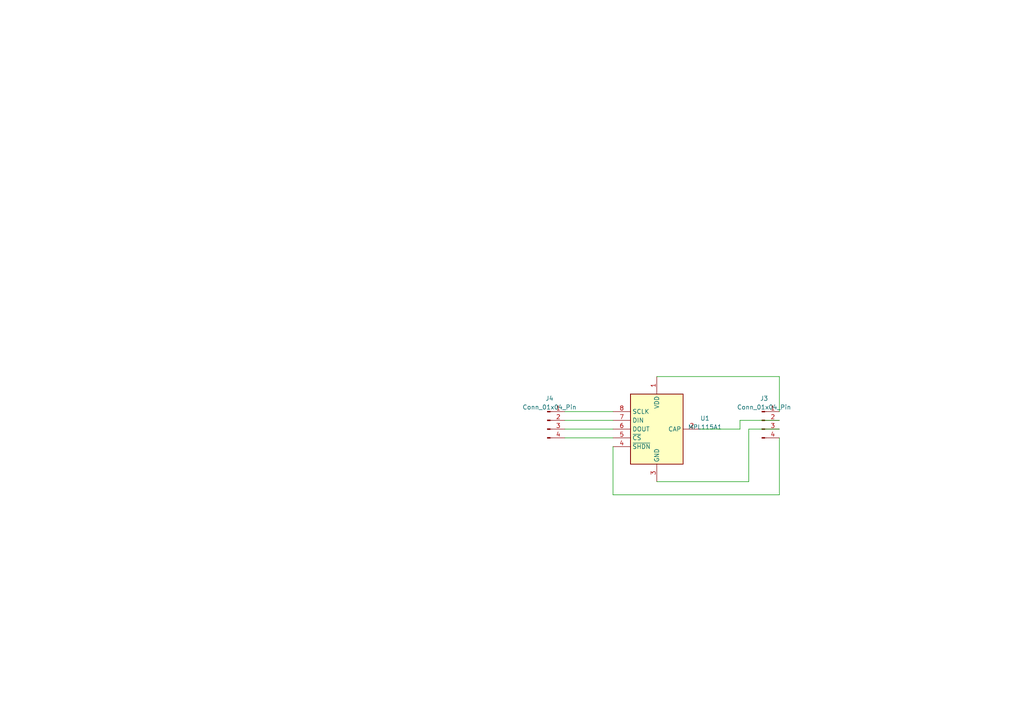
<source format=kicad_sch>
(kicad_sch (version 20230121) (generator eeschema)
  (paper "A4")
  (lib_symbols
    (symbol "Connector:Conn_01x04_Pin" (pin_names (offset 1.016) hide)
      (property "Reference" "J" (at 0 5.08 0))
      (property "Value" "Conn_01x04_Pin" (at 0 -7.62 0))
      (symbol "Conn_01x04_Pin_1_1"
        (polyline (pts (xy 1.27 -5.08) (xy 0.8636 -5.08)) (stroke (width 0.1524)))
        (polyline (pts (xy 1.27 -2.54) (xy 0.8636 -2.54)) (stroke (width 0.1524)))
        (polyline (pts (xy 1.27 0) (xy 0.8636 0)) (stroke (width 0.1524)))
        (polyline (pts (xy 1.27 2.54) (xy 0.8636 2.54)) (stroke (width 0.1524)))
        (rectangle (start 0.8636 -4.953) (end 0 -5.207) (stroke (width 0.1524)) (fill (type outline)))
        (rectangle (start 0.8636 -2.413) (end 0 -2.667) (stroke (width 0.1524)) (fill (type outline)))
        (rectangle (start 0.8636 0.127) (end 0 -0.127) (stroke (width 0.1524)) (fill (type outline)))
        (rectangle (start 0.8636 2.667) (end 0 2.413) (stroke (width 0.1524)) (fill (type outline)))
        (pin passive line (at 5.08 2.54 180) (length 3.81) (name "Pin_1") (number "1"))
        (pin passive line (at 5.08 0 180) (length 3.81) (name "Pin_2") (number "2"))
        (pin passive line (at 5.08 -2.54 180) (length 3.81) (name "Pin_3") (number "3"))
        (pin passive line (at 5.08 -5.08 180) (length 3.81) (name "Pin_4") (number "4"))
      )
    )
    (symbol "Sensor_Pressure:MPL115A1"
      (property "Reference" "U" (at -6.35 11.43 0))
      (property "Value" "MPL115A1" (at 7.62 11.43 0))
      (symbol "MPL115A1_0_1"
        (rectangle (start 7.62 10.16) (end -7.62 -10.16) (stroke (width 0.254)) (fill (type background)))
      )
      (symbol "MPL115A1_1_1"
        (pin power_in line (at 0 15.24 270) (length 5.08) (name "VDD") (number "1"))
        (pin passive line (at 12.7 0 180) (length 5.08) (name "CAP") (number "2"))
        (pin power_in line (at 0 -15.24 90) (length 5.08) (name "GND") (number "3"))
        (pin input line (at -12.7 -5.08 0) (length 5.08) (name "~{SHDN}") (number "4"))
        (pin input line (at -12.7 -2.54 0) (length 5.08) (name "~{CS}") (number "5"))
        (pin output line (at -12.7 0 0) (length 5.08) (name "DOUT") (number "6"))
        (pin input line (at -12.7 2.54 0) (length 5.08) (name "DIN") (number "7"))
        (pin input line (at -12.7 5.08 0) (length 5.08) (name "SCLK") (number "8"))
      )
    )
  )
  (wire (pts (xy 163.83 119.38) (xy 177.8 119.38)))
  (wire (pts (xy 177.8 143.51) (xy 226.06 143.51)))
  (wire (pts (xy 163.83 127) (xy 177.8 127)))
  (wire (pts (xy 177.8 129.54) (xy 177.8 143.51)))
  (wire (pts (xy 190.5 139.7) (xy 217.17 139.7)))
  (wire (pts (xy 217.17 124.46) (xy 226.06 124.46)))
  (wire (pts (xy 203.2 124.46) (xy 214.63 124.46)))
  (wire (pts (xy 217.17 139.7) (xy 217.17 124.46)))
  (wire (pts (xy 226.06 143.51) (xy 226.06 127)))
  (wire (pts (xy 214.63 124.46) (xy 214.63 121.92)))
  (wire (pts (xy 163.83 121.92) (xy 177.8 121.92)))
  (wire (pts (xy 226.06 109.22) (xy 226.06 119.38)))
  (wire (pts (xy 214.63 121.92) (xy 226.06 121.92)))
  (wire (pts (xy 190.5 109.22) (xy 226.06 109.22)))
  (wire (pts (xy 163.83 124.46) (xy 177.8 124.46)))
  (symbol (lib_id "Connector:Conn_01x04_Pin") (at 220.98 121.92 0) (unit 1)
    (property "Reference" "J3" (at 221.615 115.57 0))
    (property "Value" "Conn_01x04_Pin" (at 221.615 118.11 0))
    (property "Footprint" "Connector_PinHeader_1.27mm:PinHeader_1x04_P1.27mm_Vertical" (effects hide))
  )
  (symbol (lib_id "Connector:Conn_01x04_Pin") (at 158.75 121.92 0) (unit 1)
    (property "Reference" "J4" (at 159.385 115.57 0))
    (property "Value" "Conn_01x04_Pin" (at 159.385 118.11 0))
    (property "Footprint" "Connector_PinHeader_1.27mm:PinHeader_1x04_P1.27mm_Vertical" (effects hide))
  )
  (symbol (lib_id "Sensor_Pressure:MPL115A1") (at 190.5 124.46 0) (unit 1)
    (property "Reference" "U1" (at 204.47 121.3359 0))
    (property "Value" "MPL115A1" (at 204.47 123.8759 0))
    (property "Footprint" "Package_LGA:NXP_LGA-8_3x5mm_P1.25mm_H1.2mm" (effects hide))
    (property "Datasheet" "http://www.nxp.com/assets/documents/data/en/data-sheets/MPL115A1.pdf" (effects hide))
  )
)
</source>
